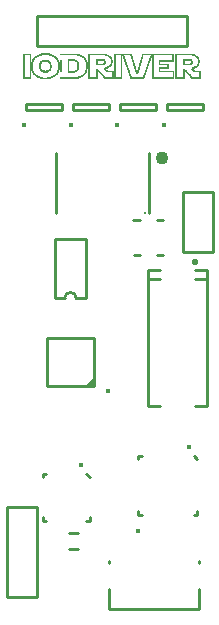
<source format=gto>
G04 DipTrace 2.4.0.2*
%INIoDriver15.gto*%
%MOIN*%
%ADD10C,0.0098*%
%ADD12C,0.003*%
%ADD16C,0.0118*%
%ADD17C,0.0157*%
%ADD23O,0.0431X0.0437*%
%ADD28C,0.0154*%
%ADD39O,0.0154X0.0162*%
%ADD44O,0.0221X0.0242*%
%FSLAX44Y44*%
G04*
G70*
G90*
G75*
G01*
%LNTopSilk*%
%LPD*%
X5585Y16738D2*
D10*
Y18738D1*
D23*
X9097Y18582D3*
X8664Y16738D2*
D10*
Y18738D1*
X9937Y22312D2*
X4937D1*
Y23312D1*
X9937D1*
Y22312D1*
X9812Y15437D2*
X10812D1*
Y17437D1*
X9812D1*
Y15437D1*
X3937Y3937D2*
X4937D1*
Y6937D1*
X3937D1*
Y3937D1*
X6317Y6088D2*
X6002D1*
X6317Y5537D2*
X6002D1*
D28*
X7629Y19665D3*
X7721Y20166D2*
D10*
X8902D1*
Y20363D1*
X7721D1*
Y20166D1*
D28*
X6066Y19665D3*
X6158Y20166D2*
D10*
X7339D1*
Y20363D1*
X6158D1*
Y20166D1*
D28*
X4504Y19665D3*
X4596Y20166D2*
D10*
X5777D1*
Y20363D1*
X4596D1*
Y20166D1*
D28*
X9191Y19665D3*
X9283Y20166D2*
D10*
X10464D1*
Y20363D1*
X9283D1*
Y20166D1*
X6839Y10983D2*
X5265D1*
Y12558D1*
X6839D1*
Y10983D1*
G36*
D2*
Y11259D1*
X6564Y10983D1*
X6839D1*
G37*
D28*
X7319Y10810D3*
D17*
X10000Y8939D3*
X10295Y6794D2*
D10*
Y6676D1*
X10177D1*
X8326Y6794D2*
Y6676D1*
X8444D2*
X8326D1*
Y8643D2*
Y8526D1*
X8444Y8643D2*
X8326D1*
X10295Y8526D2*
X10177Y8643D1*
X6573Y13890D2*
Y15859D1*
X5550Y13890D2*
Y15859D1*
X6573D2*
X5550D1*
X6258Y13890D2*
X6573D1*
X5865D2*
X5550D1*
X6258D2*
G03X5865Y13890I-197J0D01*
G01*
X8955Y16509D2*
X9152D1*
X8955Y15328D2*
X9152D1*
X8167D2*
X8364D1*
X8148Y16489D2*
X8364Y16509D1*
D16*
X8561Y16745D3*
X6595Y8049D2*
D10*
X6714Y7931D1*
X5139Y8049D2*
Y7931D1*
Y8049D2*
X5257D1*
X5139Y6474D2*
X5257D1*
X5139D2*
Y6592D1*
X6714Y6474D2*
X6595D1*
X6714D2*
Y6592D1*
D39*
X6416Y8323D3*
D17*
X8328Y6149D3*
X7343Y5153D2*
D10*
Y5058D1*
Y4200D2*
Y3551D1*
X10336D1*
Y4200D1*
Y5153D2*
Y5058D1*
X10609Y14838D2*
Y10314D1*
X10215D2*
X10609D1*
X8640Y14838D2*
Y10314D1*
X10215Y14838D2*
X10609D1*
X8640D2*
X9034D1*
X8640Y10314D2*
X9034D1*
X10215Y14547D2*
X10609D1*
X8640D2*
X9034D1*
D44*
X10207Y15099D3*
X5110Y22059D2*
D12*
X5320D1*
X4467Y22044D2*
X4721D1*
X5054D2*
X5374D1*
X5724D2*
X6292D1*
X6651D2*
X7220D1*
X7504D2*
X8072D1*
X8461D2*
X9464D1*
X9554D2*
X10122D1*
X4467Y22029D2*
X4721D1*
X5007D2*
X5099D1*
X5313D2*
X5420D1*
X5724D2*
X6341D1*
X6651D2*
X7261D1*
X7504D2*
X7758D1*
X7789D2*
X8079D1*
X8454D2*
X9464D1*
X9554D2*
X10163D1*
X4467Y22014D2*
X4497D1*
X4706D2*
X4721D1*
X4969D2*
X5048D1*
X5373D2*
X5458D1*
X6301D2*
X6383D1*
X6651D2*
X6666D1*
X7232D2*
X7295D1*
X7504D2*
X7534D1*
X7743D2*
X7758D1*
X7791D2*
X7820D1*
X8055D2*
X8084D1*
X8448D2*
X8461D1*
X8748D2*
X8806D1*
X9449D2*
X9464D1*
X9554D2*
X9569D1*
X10134D2*
X10198D1*
X4467Y21999D2*
X4497D1*
X4706D2*
X4721D1*
X4937D2*
X5004D1*
X5421D2*
X5489D1*
X6349D2*
X6418D1*
X6651D2*
X6666D1*
X7270D2*
X7323D1*
X7504D2*
X7534D1*
X7743D2*
X7758D1*
X7795D2*
X7824D1*
X8064D2*
X8088D1*
X8442D2*
X8461D1*
X8737D2*
X8746D1*
X8776D2*
X8806D1*
X9449D2*
X9464D1*
X9554D2*
X9569D1*
X10172D2*
X10226D1*
X4467Y21984D2*
X4497D1*
X4706D2*
X4721D1*
X4911D2*
X4967D1*
X5459D2*
X5515D1*
X6388D2*
X6445D1*
X6651D2*
X6666D1*
X7302D2*
X7346D1*
X7504D2*
X7534D1*
X7743D2*
X7758D1*
X7801D2*
X7829D1*
X8071D2*
X8093D1*
X8437D2*
X8459D1*
X8729D2*
X8743D1*
X8776D2*
X8806D1*
X9449D2*
X9464D1*
X9554D2*
X9569D1*
X10205D2*
X10249D1*
X4467Y21969D2*
X4497D1*
X4706D2*
X4721D1*
X4890D2*
X4936D1*
X5487D2*
X5537D1*
X6420D2*
X6467D1*
X6651D2*
X6666D1*
X7328D2*
X7366D1*
X7504D2*
X7534D1*
X7743D2*
X7758D1*
X7807D2*
X7833D1*
X8077D2*
X8098D1*
X8434D2*
X8455D1*
X8722D2*
X8740D1*
X8776D2*
X8806D1*
X9449D2*
X9464D1*
X9554D2*
X9569D1*
X10231D2*
X10268D1*
X4467Y21954D2*
X4497D1*
X4706D2*
X4721D1*
X4873D2*
X4911D1*
X5511D2*
X5556D1*
X6446D2*
X6485D1*
X6651D2*
X6666D1*
X7349D2*
X7382D1*
X7504D2*
X7534D1*
X7743D2*
X7758D1*
X7813D2*
X7838D1*
X8082D2*
X8102D1*
X8430D2*
X8451D1*
X8716D2*
X8735D1*
X8776D2*
X8806D1*
X9449D2*
X9464D1*
X9554D2*
X9569D1*
X10252D2*
X10285D1*
X4467Y21939D2*
X4497D1*
X4706D2*
X4721D1*
X4857D2*
X4890D1*
X5531D2*
X5572D1*
X6467D2*
X6501D1*
X6651D2*
X6666D1*
X7367D2*
X7396D1*
X7504D2*
X7534D1*
X7743D2*
X7758D1*
X7818D2*
X7843D1*
X8085D2*
X8107D1*
X8426D2*
X8446D1*
X8711D2*
X8731D1*
X8776D2*
X8806D1*
X9449D2*
X9464D1*
X9554D2*
X9569D1*
X10269D2*
X10298D1*
X4467Y21924D2*
X4497D1*
X4706D2*
X4721D1*
X4841D2*
X4873D1*
X5547D2*
X5586D1*
X6485D2*
X6516D1*
X6651D2*
X6666D1*
X7380D2*
X7405D1*
X7504D2*
X7534D1*
X7743D2*
X7758D1*
X7823D2*
X7848D1*
X8089D2*
X8112D1*
X8421D2*
X8441D1*
X8706D2*
X8726D1*
X8776D2*
X8806D1*
X9449D2*
X9464D1*
X9554D2*
X9569D1*
X10283D2*
X10308D1*
X4467Y21909D2*
X4497D1*
X4706D2*
X4721D1*
X4827D2*
X4857D1*
X5561D2*
X5598D1*
X6500D2*
X6529D1*
X6651D2*
X6666D1*
X7390D2*
X7412D1*
X7504D2*
X7534D1*
X7743D2*
X7758D1*
X7828D2*
X7853D1*
X8093D2*
X8117D1*
X8417D2*
X8436D1*
X8701D2*
X8721D1*
X8776D2*
X8806D1*
X9449D2*
X9464D1*
X9554D2*
X9569D1*
X10293D2*
X10315D1*
X4467Y21894D2*
X4497D1*
X4706D2*
X4721D1*
X4814D2*
X4844D1*
X5575D2*
X5608D1*
X6514D2*
X6540D1*
X6651D2*
X6666D1*
X7397D2*
X7419D1*
X7504D2*
X7534D1*
X7743D2*
X7758D1*
X7833D2*
X7858D1*
X8098D2*
X8122D1*
X8411D2*
X8432D1*
X8696D2*
X8716D1*
X8776D2*
X8806D1*
X9449D2*
X9464D1*
X9554D2*
X9569D1*
X10300D2*
X10321D1*
X4467Y21879D2*
X4497D1*
X4706D2*
X4721D1*
X4803D2*
X4833D1*
X5587D2*
X5619D1*
X6525D2*
X6549D1*
X6651D2*
X6666D1*
X7404D2*
X7423D1*
X7504D2*
X7534D1*
X7743D2*
X7758D1*
X7838D2*
X7863D1*
X8102D2*
X8127D1*
X8406D2*
X8427D1*
X8691D2*
X8711D1*
X8776D2*
X8806D1*
X9449D2*
X9464D1*
X9554D2*
X9569D1*
X10306D2*
X10326D1*
X4467Y21864D2*
X4497D1*
X4706D2*
X4721D1*
X4794D2*
X4824D1*
X5598D2*
X5628D1*
X5978D2*
X6187D1*
X6534D2*
X6557D1*
X6651D2*
X6666D1*
X6920D2*
X7175D1*
X7408D2*
X7427D1*
X7504D2*
X7534D1*
X7743D2*
X7758D1*
X7843D2*
X7868D1*
X8107D2*
X8130D1*
X8402D2*
X8422D1*
X8686D2*
X8706D1*
X8776D2*
X8806D1*
X9449D2*
X9464D1*
X9554D2*
X9569D1*
X9823D2*
X10077D1*
X10311D2*
X10329D1*
X4467Y21849D2*
X4497D1*
X4706D2*
X4721D1*
X4787D2*
X4815D1*
X5140D2*
X5275D1*
X5607D2*
X5636D1*
X5978D2*
X6216D1*
X6542D2*
X6565D1*
X6651D2*
X6666D1*
X6920D2*
X7184D1*
X7411D2*
X7430D1*
X7504D2*
X7534D1*
X7743D2*
X7758D1*
X7848D2*
X7873D1*
X8112D2*
X8134D1*
X8397D2*
X8419D1*
X8681D2*
X8701D1*
X8776D2*
X8806D1*
X9449D2*
X9464D1*
X9554D2*
X9569D1*
X9823D2*
X10086D1*
X10314D2*
X10333D1*
X4467Y21834D2*
X4497D1*
X4706D2*
X4721D1*
X4782D2*
X4808D1*
X5113D2*
X5304D1*
X5615D2*
X5643D1*
X5724D2*
X5739D1*
X5978D2*
X5993D1*
X6199D2*
X6240D1*
X6550D2*
X6573D1*
X6651D2*
X6666D1*
X6920D2*
X6950D1*
X7159D2*
X7192D1*
X7413D2*
X7435D1*
X7504D2*
X7534D1*
X7743D2*
X7758D1*
X7853D2*
X7878D1*
X8117D2*
X8138D1*
X8392D2*
X8415D1*
X8676D2*
X8695D1*
X8776D2*
X8806D1*
X9015D2*
X9464D1*
X9554D2*
X9569D1*
X9823D2*
X9853D1*
X10062D2*
X10094D1*
X10315D2*
X10337D1*
X4467Y21819D2*
X4497D1*
X4706D2*
X4721D1*
X4776D2*
X4802D1*
X5090D2*
X5327D1*
X5622D2*
X5648D1*
X5724D2*
X5739D1*
X5978D2*
X5993D1*
X6223D2*
X6258D1*
X6558D2*
X6580D1*
X6651D2*
X6666D1*
X6920D2*
X6950D1*
X7172D2*
X7198D1*
X7414D2*
X7438D1*
X7504D2*
X7534D1*
X7743D2*
X7758D1*
X7858D2*
X7883D1*
X8122D2*
X8143D1*
X8389D2*
X8411D1*
X8671D2*
X8689D1*
X8776D2*
X8806D1*
X9015D2*
X9464D1*
X9554D2*
X9569D1*
X9823D2*
X9853D1*
X10074D2*
X10100D1*
X10316D2*
X10341D1*
X4467Y21804D2*
X4497D1*
X4706D2*
X4721D1*
X4771D2*
X4797D1*
X5072D2*
X5141D1*
X5269D2*
X5344D1*
X5628D2*
X5654D1*
X5724D2*
X5739D1*
X5978D2*
X5993D1*
X6241D2*
X6273D1*
X6565D2*
X6585D1*
X6651D2*
X6666D1*
X6920D2*
X6950D1*
X7180D2*
X7202D1*
X7414D2*
X7439D1*
X7504D2*
X7534D1*
X7743D2*
X7758D1*
X7863D2*
X7888D1*
X8127D2*
X8147D1*
X8385D2*
X8406D1*
X8665D2*
X8682D1*
X8776D2*
X8806D1*
X9015D2*
X9030D1*
X9554D2*
X9569D1*
X9823D2*
X9853D1*
X10083D2*
X10104D1*
X10316D2*
X10341D1*
X4467Y21789D2*
X4497D1*
X4706D2*
X4721D1*
X4766D2*
X4791D1*
X5059D2*
X5116D1*
X5301D2*
X5357D1*
X5633D2*
X5658D1*
X5724D2*
X5739D1*
X5978D2*
X5993D1*
X6254D2*
X6285D1*
X6570D2*
X6589D1*
X6651D2*
X6666D1*
X6920D2*
X6950D1*
X7186D2*
X7203D1*
X7414D2*
X7437D1*
X7504D2*
X7534D1*
X7743D2*
X7758D1*
X7868D2*
X7893D1*
X8130D2*
X8152D1*
X8381D2*
X8402D1*
X8659D2*
X8676D1*
X8776D2*
X8806D1*
X9015D2*
X9030D1*
X9554D2*
X9569D1*
X9823D2*
X9853D1*
X10089D2*
X10106D1*
X10316D2*
X10339D1*
X4467Y21774D2*
X4497D1*
X4706D2*
X4721D1*
X4761D2*
X4787D1*
X5049D2*
X5096D1*
X5324D2*
X5367D1*
X5639D2*
X5662D1*
X5724D2*
X5739D1*
X5978D2*
X5993D1*
X6264D2*
X6294D1*
X6573D2*
X6593D1*
X6651D2*
X6666D1*
X6920D2*
X6950D1*
X7187D2*
X7204D1*
X7414D2*
X7434D1*
X7504D2*
X7534D1*
X7743D2*
X7758D1*
X7873D2*
X7898D1*
X8134D2*
X8157D1*
X8376D2*
X8397D1*
X8652D2*
X8671D1*
X8776D2*
X8806D1*
X9015D2*
X9030D1*
X9554D2*
X9569D1*
X9823D2*
X9853D1*
X10089D2*
X10107D1*
X10316D2*
X10336D1*
X4467Y21759D2*
X4497D1*
X4706D2*
X4721D1*
X4757D2*
X4783D1*
X5040D2*
X5080D1*
X5340D2*
X5375D1*
X5643D2*
X5665D1*
X5724D2*
X5739D1*
X5978D2*
X5993D1*
X6273D2*
X6300D1*
X6575D2*
X6597D1*
X6651D2*
X6666D1*
X6920D2*
X6950D1*
X7180D2*
X7204D1*
X7412D2*
X7431D1*
X7504D2*
X7534D1*
X7743D2*
X7758D1*
X7878D2*
X7903D1*
X8138D2*
X8160D1*
X8372D2*
X8392D1*
X8647D2*
X8666D1*
X8776D2*
X8806D1*
X9015D2*
X9030D1*
X9554D2*
X9569D1*
X9823D2*
X9853D1*
X10083D2*
X10106D1*
X10314D2*
X10333D1*
X4467Y21745D2*
X4497D1*
X4706D2*
X4721D1*
X4754D2*
X4780D1*
X5033D2*
X5068D1*
X5351D2*
X5382D1*
X5646D2*
X5669D1*
X5724D2*
X5739D1*
X5978D2*
X5993D1*
X6280D2*
X6304D1*
X6576D2*
X6601D1*
X6651D2*
X6666D1*
X6920D2*
X6950D1*
X7171D2*
X7202D1*
X7408D2*
X7428D1*
X7504D2*
X7534D1*
X7743D2*
X7758D1*
X7883D2*
X7908D1*
X8143D2*
X8164D1*
X8367D2*
X8387D1*
X8641D2*
X8661D1*
X8776D2*
X8806D1*
X9015D2*
X9030D1*
X9554D2*
X9569D1*
X9823D2*
X9853D1*
X10073D2*
X10104D1*
X10310D2*
X10330D1*
X4467Y21730D2*
X4497D1*
X4706D2*
X4721D1*
X4752D2*
X4775D1*
X5027D2*
X5059D1*
X5360D2*
X5388D1*
X5648D2*
X5674D1*
X5724D2*
X5739D1*
X5978D2*
X5993D1*
X6286D2*
X6306D1*
X6577D2*
X6604D1*
X6651D2*
X6666D1*
X6920D2*
X6950D1*
X7158D2*
X7196D1*
X7402D2*
X7423D1*
X7504D2*
X7534D1*
X7743D2*
X7758D1*
X7890D2*
X7913D1*
X8147D2*
X8168D1*
X8362D2*
X8382D1*
X8636D2*
X8656D1*
X8776D2*
X8806D1*
X9015D2*
X9030D1*
X9554D2*
X9569D1*
X9823D2*
X9853D1*
X10061D2*
X10098D1*
X10304D2*
X10325D1*
X4467Y21715D2*
X4497D1*
X4706D2*
X4721D1*
X4752D2*
X4771D1*
X5023D2*
X5054D1*
X5367D2*
X5392D1*
X5649D2*
X5676D1*
X5724D2*
X5739D1*
X5978D2*
X5993D1*
X6289D2*
X6307D1*
X6579D2*
X6605D1*
X6651D2*
X6666D1*
X6920D2*
X7186D1*
X7395D2*
X7417D1*
X7504D2*
X7534D1*
X7743D2*
X7758D1*
X7896D2*
X7918D1*
X8152D2*
X8173D1*
X8357D2*
X8377D1*
X8631D2*
X8651D1*
X8776D2*
X8806D1*
X9015D2*
X9314D1*
X9554D2*
X9569D1*
X9823D2*
X10088D1*
X10297D2*
X10319D1*
X4467Y21700D2*
X4497D1*
X4706D2*
X4722D1*
X4751D2*
X4769D1*
X5022D2*
X5050D1*
X5373D2*
X5394D1*
X5651D2*
X5678D1*
X5724D2*
X5739D1*
X5978D2*
X5993D1*
X6291D2*
X6309D1*
X6582D2*
X6606D1*
X6651D2*
X6666D1*
X6920D2*
X7175D1*
X7387D2*
X7410D1*
X7504D2*
X7534D1*
X7743D2*
X7758D1*
X7902D2*
X7923D1*
X8157D2*
X8177D1*
X8352D2*
X8374D1*
X8626D2*
X8646D1*
X8776D2*
X8806D1*
X9015D2*
X9314D1*
X9554D2*
X9569D1*
X9823D2*
X10077D1*
X10290D2*
X10312D1*
X4467Y21685D2*
X4497D1*
X4706D2*
X4724D1*
X4748D2*
X4767D1*
X5021D2*
X5045D1*
X5377D2*
X5396D1*
X5655D2*
X5678D1*
X5724D2*
X5739D1*
X5978D2*
X5993D1*
X6292D2*
X6313D1*
X6586D2*
X6606D1*
X6651D2*
X6666D1*
X7377D2*
X7402D1*
X7504D2*
X7534D1*
X7743D2*
X7758D1*
X7907D2*
X7928D1*
X8162D2*
X8182D1*
X8347D2*
X8370D1*
X8621D2*
X8641D1*
X8776D2*
X8806D1*
X9284D2*
X9314D1*
X9554D2*
X9569D1*
X10280D2*
X10305D1*
X4467Y21670D2*
X4497D1*
X4706D2*
X4729D1*
X4743D2*
X4767D1*
X5021D2*
X5041D1*
X5378D2*
X5400D1*
X5659D2*
X5679D1*
X5724D2*
X5739D1*
X5978D2*
X5993D1*
X6292D2*
X6314D1*
X6589D2*
X6606D1*
X6651D2*
X6666D1*
X7363D2*
X7393D1*
X7504D2*
X7534D1*
X7743D2*
X7758D1*
X7913D2*
X7933D1*
X8167D2*
X8187D1*
X8344D2*
X8366D1*
X8616D2*
X8635D1*
X8776D2*
X8806D1*
X9284D2*
X9314D1*
X9554D2*
X9569D1*
X10266D2*
X10295D1*
X4467Y21655D2*
X4497D1*
X4706D2*
X4766D1*
X5021D2*
X5039D1*
X5379D2*
X5402D1*
X5661D2*
X5679D1*
X5724D2*
X5739D1*
X5978D2*
X5993D1*
X6292D2*
X6314D1*
X6590D2*
X6606D1*
X6651D2*
X6666D1*
X7344D2*
X7381D1*
X7504D2*
X7534D1*
X7743D2*
X7758D1*
X7918D2*
X7938D1*
X8172D2*
X8192D1*
X8340D2*
X8361D1*
X8611D2*
X8629D1*
X8776D2*
X8806D1*
X9284D2*
X9314D1*
X9554D2*
X9569D1*
X10246D2*
X10284D1*
X4467Y21640D2*
X4497D1*
X4706D2*
X4766D1*
X5020D2*
X5039D1*
X5379D2*
X5401D1*
X5662D2*
X5679D1*
X5724D2*
X5739D1*
X5978D2*
X5993D1*
X6292D2*
X6311D1*
X6588D2*
X6606D1*
X6651D2*
X6666D1*
X7319D2*
X7367D1*
X7504D2*
X7534D1*
X7743D2*
X7758D1*
X7923D2*
X7943D1*
X8175D2*
X8197D1*
X8336D2*
X8357D1*
X8606D2*
X8622D1*
X8776D2*
X8806D1*
X9284D2*
X9314D1*
X9554D2*
X9569D1*
X10221D2*
X10270D1*
X4467Y21625D2*
X4497D1*
X4706D2*
X4766D1*
X5021D2*
X5042D1*
X5379D2*
X5398D1*
X5661D2*
X5679D1*
X5724D2*
X5739D1*
X5978D2*
X5993D1*
X6292D2*
X6309D1*
X6585D2*
X6606D1*
X6651D2*
X6666D1*
X7288D2*
X7351D1*
X7504D2*
X7534D1*
X7743D2*
X7758D1*
X7928D2*
X7950D1*
X8179D2*
X8202D1*
X8331D2*
X8352D1*
X8601D2*
X8617D1*
X8776D2*
X8806D1*
X9284D2*
X9314D1*
X9554D2*
X9569D1*
X10191D2*
X10253D1*
X4467Y21610D2*
X4497D1*
X4706D2*
X4721D1*
X4751D2*
X4767D1*
X5021D2*
X5046D1*
X5379D2*
X5397D1*
X5658D2*
X5679D1*
X5724D2*
X5739D1*
X5978D2*
X5993D1*
X6292D2*
X6308D1*
X6581D2*
X6606D1*
X6651D2*
X6666D1*
X7255D2*
X7329D1*
X7504D2*
X7534D1*
X7743D2*
X7758D1*
X7933D2*
X7956D1*
X8183D2*
X8205D1*
X8327D2*
X8347D1*
X8596D2*
X8611D1*
X8776D2*
X8806D1*
X9284D2*
X9314D1*
X9554D2*
X9569D1*
X10158D2*
X10231D1*
X4467Y21595D2*
X4497D1*
X4706D2*
X4721D1*
X4751D2*
X4769D1*
X5023D2*
X5048D1*
X5377D2*
X5395D1*
X5654D2*
X5678D1*
X5724D2*
X5739D1*
X5978D2*
X5993D1*
X6290D2*
X6307D1*
X6579D2*
X6604D1*
X6651D2*
X6666D1*
X7227D2*
X7302D1*
X7504D2*
X7534D1*
X7743D2*
X7758D1*
X7938D2*
X7962D1*
X8187D2*
X8208D1*
X8322D2*
X8344D1*
X8591D2*
X8606D1*
X8776D2*
X8806D1*
X9015D2*
X9314D1*
X9554D2*
X9569D1*
X10129D2*
X10204D1*
X4467Y21580D2*
X4497D1*
X4706D2*
X4721D1*
X4751D2*
X4772D1*
X5027D2*
X5050D1*
X5373D2*
X5394D1*
X5651D2*
X5676D1*
X5724D2*
X5739D1*
X5978D2*
X5993D1*
X6286D2*
X6305D1*
X6577D2*
X6600D1*
X6651D2*
X6666D1*
X7205D2*
X7272D1*
X7504D2*
X7534D1*
X7743D2*
X7758D1*
X7943D2*
X7967D1*
X8192D2*
X8213D1*
X8317D2*
X8340D1*
X8584D2*
X8601D1*
X8776D2*
X8806D1*
X9015D2*
X9314D1*
X9554D2*
X9569D1*
X10107D2*
X10174D1*
X4467Y21565D2*
X4497D1*
X4706D2*
X4721D1*
X4752D2*
X4776D1*
X5031D2*
X5053D1*
X5369D2*
X5392D1*
X5649D2*
X5673D1*
X5724D2*
X5739D1*
X5978D2*
X5993D1*
X6282D2*
X6301D1*
X6577D2*
X6596D1*
X6651D2*
X6666D1*
X7196D2*
X7247D1*
X7504D2*
X7534D1*
X7743D2*
X7758D1*
X7948D2*
X7973D1*
X8197D2*
X8217D1*
X8312D2*
X8336D1*
X8578D2*
X8596D1*
X8776D2*
X8806D1*
X9015D2*
X9030D1*
X9554D2*
X9569D1*
X10098D2*
X10149D1*
X4467Y21550D2*
X4497D1*
X4706D2*
X4721D1*
X4754D2*
X4779D1*
X5036D2*
X5059D1*
X5364D2*
X5388D1*
X5647D2*
X5669D1*
X5724D2*
X5739D1*
X5978D2*
X5993D1*
X6276D2*
X6297D1*
X6576D2*
X6594D1*
X6651D2*
X6666D1*
X7194D2*
X7227D1*
X7504D2*
X7534D1*
X7743D2*
X7758D1*
X7953D2*
X7978D1*
X8202D2*
X8222D1*
X8307D2*
X8331D1*
X8572D2*
X8591D1*
X8776D2*
X8806D1*
X9015D2*
X9030D1*
X9554D2*
X9569D1*
X10096D2*
X10130D1*
X4467Y21535D2*
X4497D1*
X4706D2*
X4721D1*
X4757D2*
X4783D1*
X5041D2*
X5067D1*
X5356D2*
X5381D1*
X5643D2*
X5666D1*
X5724D2*
X5739D1*
X5978D2*
X5993D1*
X6269D2*
X6291D1*
X6574D2*
X6592D1*
X6651D2*
X6666D1*
X6906D2*
X6950D1*
X7200D2*
X7230D1*
X7504D2*
X7534D1*
X7743D2*
X7758D1*
X7958D2*
X7983D1*
X8207D2*
X8227D1*
X8302D2*
X8327D1*
X8567D2*
X8586D1*
X8776D2*
X8806D1*
X9015D2*
X9030D1*
X9554D2*
X9569D1*
X9808D2*
X9853D1*
X10102D2*
X10133D1*
X4467Y21520D2*
X4497D1*
X4706D2*
X4721D1*
X4762D2*
X4787D1*
X5048D2*
X5078D1*
X5344D2*
X5373D1*
X5638D2*
X5662D1*
X5724D2*
X5739D1*
X5978D2*
X5993D1*
X6258D2*
X6284D1*
X6570D2*
X6589D1*
X6651D2*
X6666D1*
X6906D2*
X6965D1*
X7209D2*
X7240D1*
X7504D2*
X7534D1*
X7743D2*
X7758D1*
X7965D2*
X7988D1*
X8212D2*
X8232D1*
X8299D2*
X8322D1*
X8561D2*
X8581D1*
X8776D2*
X8806D1*
X9015D2*
X9030D1*
X9554D2*
X9569D1*
X9808D2*
X9868D1*
X10111D2*
X10142D1*
X4467Y21505D2*
X4497D1*
X4706D2*
X4721D1*
X4766D2*
X4791D1*
X5057D2*
X5091D1*
X5328D2*
X5361D1*
X5634D2*
X5658D1*
X5724D2*
X5739D1*
X5978D2*
X5993D1*
X6243D2*
X6273D1*
X6566D2*
X6585D1*
X6651D2*
X6666D1*
X6906D2*
X6980D1*
X7221D2*
X7252D1*
X7504D2*
X7534D1*
X7743D2*
X7758D1*
X7971D2*
X7993D1*
X8217D2*
X8237D1*
X8295D2*
X8317D1*
X8556D2*
X8576D1*
X8776D2*
X8806D1*
X9015D2*
X9030D1*
X9554D2*
X9569D1*
X9808D2*
X9883D1*
X10123D2*
X10154D1*
X4467Y21490D2*
X4497D1*
X4706D2*
X4721D1*
X4771D2*
X4796D1*
X5070D2*
X5133D1*
X5284D2*
X5347D1*
X5628D2*
X5653D1*
X5724D2*
X5739D1*
X5978D2*
X5993D1*
X6223D2*
X6259D1*
X6561D2*
X6581D1*
X6651D2*
X6666D1*
X6906D2*
X6935D1*
X6965D2*
X6995D1*
X7232D2*
X7265D1*
X7504D2*
X7534D1*
X7743D2*
X7758D1*
X7977D2*
X7998D1*
X8220D2*
X8242D1*
X8291D2*
X8312D1*
X8551D2*
X8571D1*
X8776D2*
X8806D1*
X9015D2*
X9030D1*
X9554D2*
X9569D1*
X9808D2*
X9838D1*
X9868D2*
X9898D1*
X10135D2*
X10168D1*
X4467Y21475D2*
X4497D1*
X4706D2*
X4721D1*
X4776D2*
X4802D1*
X5087D2*
X5197D1*
X5219D2*
X5328D1*
X5622D2*
X5649D1*
X5724D2*
X5739D1*
X5978D2*
X5993D1*
X6198D2*
X6241D1*
X6556D2*
X6576D1*
X6651D2*
X6666D1*
X6906D2*
X6935D1*
X6980D2*
X7010D1*
X7242D2*
X7474D1*
X7504D2*
X7534D1*
X7743D2*
X7758D1*
X7982D2*
X8003D1*
X8223D2*
X8247D1*
X8286D2*
X8307D1*
X8546D2*
X8566D1*
X8776D2*
X8806D1*
X9015D2*
X9494D1*
X9554D2*
X9569D1*
X9808D2*
X9838D1*
X9883D2*
X9913D1*
X10144D2*
X10376D1*
X4467Y21460D2*
X4497D1*
X4706D2*
X4721D1*
X4781D2*
X4808D1*
X5112D2*
X5303D1*
X5615D2*
X5643D1*
X5724D2*
X5739D1*
X5978D2*
X6216D1*
X6549D2*
X6571D1*
X6651D2*
X6666D1*
X6906D2*
X6935D1*
X6995D2*
X7025D1*
X7250D2*
X7474D1*
X7504D2*
X7534D1*
X7743D2*
X7758D1*
X7988D2*
X8008D1*
X8228D2*
X8252D1*
X8281D2*
X8302D1*
X8541D2*
X8561D1*
X8776D2*
X8806D1*
X9015D2*
X9494D1*
X9554D2*
X9569D1*
X9808D2*
X9838D1*
X9898D2*
X9928D1*
X10152D2*
X10376D1*
X4467Y21445D2*
X4497D1*
X4706D2*
X4721D1*
X4787D2*
X4815D1*
X5140D2*
X5275D1*
X5607D2*
X5637D1*
X5978D2*
X6187D1*
X6540D2*
X6564D1*
X6651D2*
X6666D1*
X6906D2*
X6935D1*
X7010D2*
X7040D1*
X7459D2*
X7474D1*
X7504D2*
X7534D1*
X7743D2*
X7758D1*
X7993D2*
X8012D1*
X8232D2*
X8259D1*
X8275D2*
X8299D1*
X8536D2*
X8554D1*
X8776D2*
X8806D1*
X9479D2*
X9494D1*
X9554D2*
X9569D1*
X9808D2*
X9838D1*
X9913D2*
X9943D1*
X10361D2*
X10376D1*
X4467Y21430D2*
X4497D1*
X4706D2*
X4721D1*
X4794D2*
X4823D1*
X5598D2*
X5630D1*
X6531D2*
X6557D1*
X6651D2*
X6666D1*
X6906D2*
X6935D1*
X7025D2*
X7055D1*
X7459D2*
X7474D1*
X7504D2*
X7534D1*
X7743D2*
X7758D1*
X7998D2*
X8018D1*
X8237D2*
X8295D1*
X8531D2*
X8548D1*
X8776D2*
X8806D1*
X9479D2*
X9494D1*
X9554D2*
X9569D1*
X9808D2*
X9838D1*
X9928D2*
X9957D1*
X10361D2*
X10376D1*
X4467Y21415D2*
X4497D1*
X4706D2*
X4721D1*
X4803D2*
X4832D1*
X5589D2*
X5622D1*
X6521D2*
X6549D1*
X6651D2*
X6666D1*
X6906D2*
X6935D1*
X7040D2*
X7070D1*
X7459D2*
X7474D1*
X7504D2*
X7534D1*
X7743D2*
X7758D1*
X8003D2*
X8023D1*
X8244D2*
X8289D1*
X8526D2*
X8542D1*
X8776D2*
X8806D1*
X9479D2*
X9494D1*
X9554D2*
X9569D1*
X9808D2*
X9838D1*
X9943D2*
X9972D1*
X10361D2*
X10376D1*
X4467Y21400D2*
X4497D1*
X4706D2*
X4721D1*
X4813D2*
X4844D1*
X5579D2*
X5613D1*
X6511D2*
X6540D1*
X6651D2*
X6666D1*
X6906D2*
X6935D1*
X7055D2*
X7085D1*
X7459D2*
X7474D1*
X7504D2*
X7534D1*
X7743D2*
X7758D1*
X8008D2*
X8027D1*
X8252D2*
X8282D1*
X8521D2*
X8537D1*
X8776D2*
X8806D1*
X9479D2*
X9494D1*
X9554D2*
X9569D1*
X9808D2*
X9838D1*
X9957D2*
X9987D1*
X10361D2*
X10376D1*
X4467Y21385D2*
X4497D1*
X4706D2*
X4721D1*
X4825D2*
X4857D1*
X5568D2*
X5601D1*
X6499D2*
X6529D1*
X6651D2*
X6666D1*
X6906D2*
X6935D1*
X7069D2*
X7100D1*
X7459D2*
X7474D1*
X7504D2*
X7534D1*
X7743D2*
X7758D1*
X8012D2*
X8033D1*
X8516D2*
X8531D1*
X8776D2*
X8806D1*
X9479D2*
X9494D1*
X9554D2*
X9569D1*
X9808D2*
X9838D1*
X9972D2*
X10002D1*
X10361D2*
X10376D1*
X4467Y21370D2*
X4497D1*
X4706D2*
X4721D1*
X4836D2*
X4872D1*
X5554D2*
X5588D1*
X6485D2*
X6515D1*
X6651D2*
X6666D1*
X6906D2*
X6935D1*
X7083D2*
X7115D1*
X7459D2*
X7474D1*
X7504D2*
X7534D1*
X7743D2*
X7758D1*
X8018D2*
X8038D1*
X8509D2*
X8526D1*
X8776D2*
X8806D1*
X9479D2*
X9494D1*
X9554D2*
X9569D1*
X9808D2*
X9838D1*
X9985D2*
X10017D1*
X10361D2*
X10376D1*
X4467Y21356D2*
X4497D1*
X4706D2*
X4721D1*
X4849D2*
X4889D1*
X5536D2*
X5573D1*
X6469D2*
X6501D1*
X6651D2*
X6666D1*
X6906D2*
X6935D1*
X7094D2*
X7130D1*
X7459D2*
X7474D1*
X7504D2*
X7534D1*
X7743D2*
X7758D1*
X8023D2*
X8042D1*
X8503D2*
X8521D1*
X8776D2*
X8806D1*
X9479D2*
X9494D1*
X9554D2*
X9569D1*
X9808D2*
X9838D1*
X9996D2*
X10032D1*
X10361D2*
X10376D1*
X4467Y21341D2*
X4497D1*
X4706D2*
X4721D1*
X4865D2*
X4908D1*
X5516D2*
X5558D1*
X6449D2*
X6486D1*
X6651D2*
X6666D1*
X6906D2*
X6935D1*
X7105D2*
X7145D1*
X7459D2*
X7474D1*
X7504D2*
X7534D1*
X7743D2*
X7758D1*
X8027D2*
X8048D1*
X8497D2*
X8516D1*
X8776D2*
X8806D1*
X9479D2*
X9494D1*
X9554D2*
X9569D1*
X9808D2*
X9838D1*
X10007D2*
X10047D1*
X10361D2*
X10376D1*
X4467Y21326D2*
X4497D1*
X4706D2*
X4721D1*
X4884D2*
X4932D1*
X5492D2*
X5541D1*
X6424D2*
X6468D1*
X6651D2*
X6666D1*
X6906D2*
X6935D1*
X7117D2*
X7160D1*
X7459D2*
X7474D1*
X7504D2*
X7534D1*
X7743D2*
X7758D1*
X8033D2*
X8053D1*
X8492D2*
X8511D1*
X8776D2*
X8806D1*
X9479D2*
X9494D1*
X9554D2*
X9569D1*
X9808D2*
X9838D1*
X10020D2*
X10062D1*
X10361D2*
X10376D1*
X4467Y21311D2*
X4497D1*
X4706D2*
X4721D1*
X4906D2*
X4962D1*
X5462D2*
X5520D1*
X6390D2*
X6447D1*
X6651D2*
X6666D1*
X6906D2*
X6935D1*
X7131D2*
X7175D1*
X7459D2*
X7474D1*
X7504D2*
X7534D1*
X7743D2*
X7758D1*
X8038D2*
X8058D1*
X8486D2*
X8506D1*
X8776D2*
X8806D1*
X9479D2*
X9494D1*
X9554D2*
X9569D1*
X9808D2*
X9838D1*
X10033D2*
X10077D1*
X10361D2*
X10376D1*
X4467Y21296D2*
X4497D1*
X4706D2*
X4721D1*
X4931D2*
X5001D1*
X5423D2*
X5494D1*
X6341D2*
X6421D1*
X6651D2*
X6666D1*
X6906D2*
X6935D1*
X7145D2*
X7190D1*
X7459D2*
X7474D1*
X7504D2*
X7534D1*
X7743D2*
X7758D1*
X8042D2*
X8066D1*
X8482D2*
X8501D1*
X8776D2*
X8806D1*
X9479D2*
X9494D1*
X9554D2*
X9569D1*
X9808D2*
X9838D1*
X10048D2*
X10092D1*
X10361D2*
X10376D1*
X4467Y21281D2*
X4497D1*
X4706D2*
X4721D1*
X4963D2*
X5048D1*
X5372D2*
X5463D1*
X6282D2*
X6386D1*
X6651D2*
X6666D1*
X6906D2*
X6935D1*
X7160D2*
X7205D1*
X7459D2*
X7474D1*
X7504D2*
X7534D1*
X7743D2*
X7758D1*
X8048D2*
X8076D1*
X8479D2*
X8497D1*
X8776D2*
X8806D1*
X9479D2*
X9494D1*
X9554D2*
X9569D1*
X9808D2*
X9838D1*
X10062D2*
X10107D1*
X10361D2*
X10376D1*
X4467Y21266D2*
X4721D1*
X5004D2*
X5100D1*
X5310D2*
X5424D1*
X5724D2*
X6342D1*
X6651D2*
X6935D1*
X7175D2*
X7474D1*
X7504D2*
X7758D1*
X8053D2*
X8494D1*
X8776D2*
X9494D1*
X9554D2*
X9838D1*
X10077D2*
X10376D1*
X4467Y21251D2*
X4721D1*
X5054D2*
X5374D1*
X5724D2*
X6292D1*
X6651D2*
X6935D1*
X7190D2*
X7474D1*
X7504D2*
X7758D1*
X8057D2*
X8491D1*
X8776D2*
X9494D1*
X9554D2*
X9838D1*
X10092D2*
X10376D1*
X5110Y21236D2*
X5320D1*
X5110Y22059D2*
X5054Y22044D1*
X5007Y22029D1*
X4969Y22014D1*
X4937Y21999D1*
X4911Y21984D1*
X4890Y21969D1*
X4873Y21954D1*
X4857Y21939D1*
X4841Y21924D1*
X4827Y21909D1*
X4814Y21894D1*
X4803Y21879D1*
X4794Y21864D1*
X4787Y21849D1*
X4782Y21834D1*
X4776Y21819D1*
X4771Y21804D1*
X4766Y21789D1*
X4761Y21774D1*
X4757Y21759D1*
X4754Y21745D1*
X4752Y21730D1*
Y21715D1*
X4751Y21700D1*
X4748Y21685D1*
X4743Y21670D1*
X4736Y21655D1*
X5320Y22059D2*
X5374Y22044D1*
X5420Y22029D1*
X5458Y22014D1*
X5489Y21999D1*
X5515Y21984D1*
X5537Y21969D1*
X5556Y21954D1*
X5572Y21939D1*
X5586Y21924D1*
X5598Y21909D1*
X5608Y21894D1*
X5619Y21879D1*
X5628Y21864D1*
X5636Y21849D1*
X5643Y21834D1*
X5648Y21819D1*
X5654Y21804D1*
X5658Y21789D1*
X5662Y21774D1*
X5665Y21759D1*
X5669Y21745D1*
X5674Y21730D1*
X5676Y21715D1*
X5678Y21700D1*
Y21685D1*
X5679Y21670D1*
Y21655D1*
Y21640D1*
Y21625D1*
Y21610D1*
X5678Y21595D1*
X5676Y21580D1*
X5673Y21565D1*
X5669Y21550D1*
X5666Y21535D1*
X5662Y21520D1*
X5658Y21505D1*
X5653Y21490D1*
X5649Y21475D1*
X5643Y21460D1*
X5637Y21445D1*
X5630Y21430D1*
X5622Y21415D1*
X5613Y21400D1*
X5601Y21385D1*
X5588Y21370D1*
X5573Y21356D1*
X5558Y21341D1*
X5541Y21326D1*
X5520Y21311D1*
X5494Y21296D1*
X5463Y21281D1*
X5424Y21266D1*
X5374Y21251D1*
X5320Y21236D1*
X4467Y22044D2*
Y22029D1*
Y22014D1*
Y21999D1*
Y21984D1*
Y21969D1*
Y21954D1*
Y21939D1*
Y21924D1*
Y21909D1*
Y21894D1*
Y21879D1*
Y21864D1*
Y21849D1*
Y21834D1*
Y21819D1*
Y21804D1*
Y21789D1*
Y21774D1*
Y21759D1*
Y21745D1*
Y21730D1*
Y21715D1*
Y21700D1*
Y21685D1*
Y21670D1*
Y21655D1*
Y21640D1*
Y21625D1*
Y21610D1*
Y21595D1*
Y21580D1*
Y21565D1*
Y21550D1*
Y21535D1*
Y21520D1*
Y21505D1*
Y21490D1*
Y21475D1*
Y21460D1*
Y21445D1*
Y21430D1*
Y21415D1*
Y21400D1*
Y21385D1*
Y21370D1*
Y21356D1*
Y21341D1*
Y21326D1*
Y21311D1*
Y21296D1*
Y21281D1*
Y21266D1*
Y21251D1*
X4721Y22044D2*
Y22029D1*
Y22014D1*
Y21999D1*
Y21984D1*
Y21969D1*
Y21954D1*
Y21939D1*
Y21924D1*
Y21909D1*
Y21894D1*
Y21879D1*
Y21864D1*
Y21849D1*
Y21834D1*
Y21819D1*
Y21804D1*
Y21789D1*
Y21774D1*
Y21759D1*
Y21745D1*
Y21730D1*
Y21715D1*
X4722Y21700D1*
X4724Y21685D1*
X4729Y21670D1*
X4736Y21655D1*
X5724Y22044D2*
Y22029D1*
X6292Y22044D2*
X6341Y22029D1*
X6383Y22014D1*
X6418Y21999D1*
X6445Y21984D1*
X6467Y21969D1*
X6485Y21954D1*
X6501Y21939D1*
X6516Y21924D1*
X6529Y21909D1*
X6540Y21894D1*
X6549Y21879D1*
X6557Y21864D1*
X6565Y21849D1*
X6573Y21834D1*
X6580Y21819D1*
X6585Y21804D1*
X6589Y21789D1*
X6593Y21774D1*
X6597Y21759D1*
X6601Y21745D1*
X6604Y21730D1*
X6605Y21715D1*
X6606Y21700D1*
Y21685D1*
Y21670D1*
Y21655D1*
Y21640D1*
Y21625D1*
Y21610D1*
X6604Y21595D1*
X6600Y21580D1*
X6596Y21565D1*
X6594Y21550D1*
X6592Y21535D1*
X6589Y21520D1*
X6585Y21505D1*
X6581Y21490D1*
X6576Y21475D1*
X6571Y21460D1*
X6564Y21445D1*
X6557Y21430D1*
X6549Y21415D1*
X6540Y21400D1*
X6529Y21385D1*
X6515Y21370D1*
X6501Y21356D1*
X6486Y21341D1*
X6468Y21326D1*
X6447Y21311D1*
X6421Y21296D1*
X6386Y21281D1*
X6342Y21266D1*
X6292Y21251D1*
X6651Y22044D2*
Y22029D1*
Y22014D1*
Y21999D1*
Y21984D1*
Y21969D1*
Y21954D1*
Y21939D1*
Y21924D1*
Y21909D1*
Y21894D1*
Y21879D1*
Y21864D1*
Y21849D1*
Y21834D1*
Y21819D1*
Y21804D1*
Y21789D1*
Y21774D1*
Y21759D1*
Y21745D1*
Y21730D1*
Y21715D1*
Y21700D1*
Y21685D1*
Y21670D1*
Y21655D1*
Y21640D1*
Y21625D1*
Y21610D1*
Y21595D1*
Y21580D1*
Y21565D1*
Y21550D1*
Y21535D1*
Y21520D1*
Y21505D1*
Y21490D1*
Y21475D1*
Y21460D1*
Y21445D1*
Y21430D1*
Y21415D1*
Y21400D1*
Y21385D1*
Y21370D1*
Y21356D1*
Y21341D1*
Y21326D1*
Y21311D1*
Y21296D1*
Y21281D1*
Y21266D1*
Y21251D1*
X7220Y22044D2*
X7261Y22029D1*
X7295Y22014D1*
X7323Y21999D1*
X7346Y21984D1*
X7366Y21969D1*
X7382Y21954D1*
X7396Y21939D1*
X7405Y21924D1*
X7412Y21909D1*
X7419Y21894D1*
X7423Y21879D1*
X7427Y21864D1*
X7430Y21849D1*
X7435Y21834D1*
X7438Y21819D1*
X7439Y21804D1*
X7437Y21789D1*
X7434Y21774D1*
X7431Y21759D1*
X7428Y21745D1*
X7423Y21730D1*
X7417Y21715D1*
X7410Y21700D1*
X7402Y21685D1*
X7393Y21670D1*
X7381Y21655D1*
X7367Y21640D1*
X7351Y21625D1*
X7329Y21610D1*
X7302Y21595D1*
X7272Y21580D1*
X7247Y21565D1*
X7227Y21550D1*
X7230Y21535D1*
X7240Y21520D1*
X7252Y21505D1*
X7265Y21490D1*
X7280Y21475D1*
X7504Y22044D2*
Y22029D1*
Y22014D1*
Y21999D1*
Y21984D1*
Y21969D1*
Y21954D1*
Y21939D1*
Y21924D1*
Y21909D1*
Y21894D1*
Y21879D1*
Y21864D1*
Y21849D1*
Y21834D1*
Y21819D1*
Y21804D1*
Y21789D1*
Y21774D1*
Y21759D1*
Y21745D1*
Y21730D1*
Y21715D1*
Y21700D1*
Y21685D1*
Y21670D1*
Y21655D1*
Y21640D1*
Y21625D1*
Y21610D1*
Y21595D1*
Y21580D1*
Y21565D1*
Y21550D1*
Y21535D1*
Y21520D1*
Y21505D1*
Y21490D1*
Y21475D1*
Y21460D1*
Y21445D1*
Y21430D1*
Y21415D1*
Y21400D1*
Y21385D1*
Y21370D1*
Y21356D1*
Y21341D1*
Y21326D1*
Y21311D1*
Y21296D1*
Y21281D1*
Y21266D1*
Y21251D1*
X8072Y22044D2*
X8079Y22029D1*
X8084Y22014D1*
X8088Y21999D1*
X8093Y21984D1*
X8098Y21969D1*
X8102Y21954D1*
X8107Y21939D1*
X8112Y21924D1*
X8117Y21909D1*
X8122Y21894D1*
X8127Y21879D1*
X8130Y21864D1*
X8134Y21849D1*
X8138Y21834D1*
X8143Y21819D1*
X8147Y21804D1*
X8152Y21789D1*
X8157Y21774D1*
X8160Y21759D1*
X8164Y21745D1*
X8168Y21730D1*
X8173Y21715D1*
X8177Y21700D1*
X8182Y21685D1*
X8187Y21670D1*
X8192Y21655D1*
X8197Y21640D1*
X8202Y21625D1*
X8205Y21610D1*
X8208Y21595D1*
X8213Y21580D1*
X8217Y21565D1*
X8222Y21550D1*
X8227Y21535D1*
X8232Y21520D1*
X8237Y21505D1*
X8242Y21490D1*
X8247Y21475D1*
X8252Y21460D1*
X8259Y21445D1*
X8267Y21430D1*
X8461Y22044D2*
X8454Y22029D1*
X8448Y22014D1*
X8442Y21999D1*
X8437Y21984D1*
X8434Y21969D1*
X8430Y21954D1*
X8426Y21939D1*
X8421Y21924D1*
X8417Y21909D1*
X8411Y21894D1*
X8406Y21879D1*
X8402Y21864D1*
X8397Y21849D1*
X8392Y21834D1*
X8389Y21819D1*
X8385Y21804D1*
X8381Y21789D1*
X8376Y21774D1*
X8372Y21759D1*
X8367Y21745D1*
X8362Y21730D1*
X8357Y21715D1*
X8352Y21700D1*
X8347Y21685D1*
X8344Y21670D1*
X8340Y21655D1*
X8336Y21640D1*
X8331Y21625D1*
X8327Y21610D1*
X8322Y21595D1*
X8317Y21580D1*
X8312Y21565D1*
X8307Y21550D1*
X8302Y21535D1*
X8299Y21520D1*
X8295Y21505D1*
X8291Y21490D1*
X8286Y21475D1*
X8281Y21460D1*
X8275Y21445D1*
X8267Y21430D1*
X9464Y22044D2*
Y22029D1*
Y22014D1*
Y21999D1*
Y21984D1*
Y21969D1*
Y21954D1*
Y21939D1*
Y21924D1*
Y21909D1*
Y21894D1*
Y21879D1*
Y21864D1*
Y21849D1*
Y21834D1*
Y21819D1*
X9554Y22044D2*
Y22029D1*
Y22014D1*
Y21999D1*
Y21984D1*
Y21969D1*
Y21954D1*
Y21939D1*
Y21924D1*
Y21909D1*
Y21894D1*
Y21879D1*
Y21864D1*
Y21849D1*
Y21834D1*
Y21819D1*
Y21804D1*
Y21789D1*
Y21774D1*
Y21759D1*
Y21745D1*
Y21730D1*
Y21715D1*
Y21700D1*
Y21685D1*
Y21670D1*
Y21655D1*
Y21640D1*
Y21625D1*
Y21610D1*
Y21595D1*
Y21580D1*
Y21565D1*
Y21550D1*
Y21535D1*
Y21520D1*
Y21505D1*
Y21490D1*
Y21475D1*
Y21460D1*
Y21445D1*
Y21430D1*
Y21415D1*
Y21400D1*
Y21385D1*
Y21370D1*
Y21356D1*
Y21341D1*
Y21326D1*
Y21311D1*
Y21296D1*
Y21281D1*
Y21266D1*
Y21251D1*
X10122Y22044D2*
X10163Y22029D1*
X10198Y22014D1*
X10226Y21999D1*
X10249Y21984D1*
X10268Y21969D1*
X10285Y21954D1*
X10298Y21939D1*
X10308Y21924D1*
X10315Y21909D1*
X10321Y21894D1*
X10326Y21879D1*
X10329Y21864D1*
X10333Y21849D1*
X10337Y21834D1*
X10341Y21819D1*
Y21804D1*
X10339Y21789D1*
X10336Y21774D1*
X10333Y21759D1*
X10330Y21745D1*
X10325Y21730D1*
X10319Y21715D1*
X10312Y21700D1*
X10305Y21685D1*
X10295Y21670D1*
X10284Y21655D1*
X10270Y21640D1*
X10253Y21625D1*
X10231Y21610D1*
X10204Y21595D1*
X10174Y21580D1*
X10149Y21565D1*
X10130Y21550D1*
X10133Y21535D1*
X10142Y21520D1*
X10154Y21505D1*
X10168Y21490D1*
X10182Y21475D1*
X5155Y22044D2*
X5099Y22029D1*
X5048Y22014D1*
X5004Y21999D1*
X4967Y21984D1*
X4936Y21969D1*
X4911Y21954D1*
X4890Y21939D1*
X4873Y21924D1*
X4857Y21909D1*
X4844Y21894D1*
X4833Y21879D1*
X4824Y21864D1*
X4815Y21849D1*
X4808Y21834D1*
X4802Y21819D1*
X4797Y21804D1*
X4791Y21789D1*
X4787Y21774D1*
X4783Y21759D1*
X4780Y21745D1*
X4775Y21730D1*
X4771Y21715D1*
X4769Y21700D1*
X4767Y21685D1*
Y21670D1*
X4766Y21655D1*
Y21640D1*
Y21625D1*
X4767Y21610D1*
X4769Y21595D1*
X4772Y21580D1*
X4776Y21565D1*
X4779Y21550D1*
X4783Y21535D1*
X4787Y21520D1*
X4791Y21505D1*
X4796Y21490D1*
X4802Y21475D1*
X4808Y21460D1*
X4815Y21445D1*
X4823Y21430D1*
X4832Y21415D1*
X4844Y21400D1*
X4857Y21385D1*
X4872Y21370D1*
X4889Y21356D1*
X4908Y21341D1*
X4932Y21326D1*
X4962Y21311D1*
X5001Y21296D1*
X5048Y21281D1*
X5100Y21266D1*
X5155Y21251D1*
X5245Y22044D2*
X5313Y22029D1*
X5373Y22014D1*
X5421Y21999D1*
X5459Y21984D1*
X5487Y21969D1*
X5511Y21954D1*
X5531Y21939D1*
X5547Y21924D1*
X5561Y21909D1*
X5575Y21894D1*
X5587Y21879D1*
X5598Y21864D1*
X5607Y21849D1*
X5615Y21834D1*
X5622Y21819D1*
X5628Y21804D1*
X5633Y21789D1*
X5639Y21774D1*
X5643Y21759D1*
X5646Y21745D1*
X5648Y21730D1*
X5649Y21715D1*
X5651Y21700D1*
X5655Y21685D1*
X5659Y21670D1*
X5661Y21655D1*
X5662Y21640D1*
X5661Y21625D1*
X5658Y21610D1*
X5654Y21595D1*
X5651Y21580D1*
X5649Y21565D1*
X5647Y21550D1*
X5643Y21535D1*
X5638Y21520D1*
X5634Y21505D1*
X5628Y21490D1*
X5622Y21475D1*
X5615Y21460D1*
X5607Y21445D1*
X5598Y21430D1*
X5589Y21415D1*
X5579Y21400D1*
X5568Y21385D1*
X5554Y21370D1*
X5536Y21356D1*
X5516Y21341D1*
X5492Y21326D1*
X5462Y21311D1*
X5423Y21296D1*
X5372Y21281D1*
X5310Y21266D1*
X5245Y21251D1*
X7758Y22044D2*
Y22029D1*
Y22014D1*
Y21999D1*
Y21984D1*
Y21969D1*
Y21954D1*
Y21939D1*
Y21924D1*
Y21909D1*
Y21894D1*
Y21879D1*
Y21864D1*
Y21849D1*
Y21834D1*
Y21819D1*
Y21804D1*
Y21789D1*
Y21774D1*
Y21759D1*
Y21745D1*
Y21730D1*
Y21715D1*
Y21700D1*
Y21685D1*
Y21670D1*
Y21655D1*
Y21640D1*
Y21625D1*
Y21610D1*
Y21595D1*
Y21580D1*
Y21565D1*
Y21550D1*
Y21535D1*
Y21520D1*
Y21505D1*
Y21490D1*
Y21475D1*
Y21460D1*
Y21445D1*
Y21430D1*
Y21415D1*
Y21400D1*
Y21385D1*
Y21370D1*
Y21356D1*
Y21341D1*
Y21326D1*
Y21311D1*
Y21296D1*
Y21281D1*
Y21266D1*
Y21251D1*
X7788Y22044D2*
X7789Y22029D1*
X7791Y22014D1*
X7795Y21999D1*
X7801Y21984D1*
X7807Y21969D1*
X7813Y21954D1*
X7818Y21939D1*
X7823Y21924D1*
X7828Y21909D1*
X7833Y21894D1*
X7838Y21879D1*
X7843Y21864D1*
X7848Y21849D1*
X7853Y21834D1*
X7858Y21819D1*
X7863Y21804D1*
X7868Y21789D1*
X7873Y21774D1*
X7878Y21759D1*
X7883Y21745D1*
X7890Y21730D1*
X7896Y21715D1*
X7902Y21700D1*
X7907Y21685D1*
X7913Y21670D1*
X7918Y21655D1*
X7923Y21640D1*
X7928Y21625D1*
X7933Y21610D1*
X7938Y21595D1*
X7943Y21580D1*
X7948Y21565D1*
X7953Y21550D1*
X7958Y21535D1*
X7965Y21520D1*
X7971Y21505D1*
X7977Y21490D1*
X7982Y21475D1*
X7988Y21460D1*
X7993Y21445D1*
X7998Y21430D1*
X8003Y21415D1*
X8008Y21400D1*
X8012Y21385D1*
X8018Y21370D1*
X8023Y21356D1*
X8027Y21341D1*
X8033Y21326D1*
X8038Y21311D1*
X8042Y21296D1*
X8048Y21281D1*
X8053Y21266D1*
X8057Y21251D1*
X4497Y22029D2*
Y22014D1*
Y21999D1*
Y21984D1*
Y21969D1*
Y21954D1*
Y21939D1*
Y21924D1*
Y21909D1*
Y21894D1*
Y21879D1*
Y21864D1*
Y21849D1*
Y21834D1*
Y21819D1*
Y21804D1*
Y21789D1*
Y21774D1*
Y21759D1*
Y21745D1*
Y21730D1*
Y21715D1*
Y21700D1*
Y21685D1*
Y21670D1*
Y21655D1*
Y21640D1*
Y21625D1*
Y21610D1*
Y21595D1*
Y21580D1*
Y21565D1*
Y21550D1*
Y21535D1*
Y21520D1*
Y21505D1*
Y21490D1*
Y21475D1*
Y21460D1*
Y21445D1*
Y21430D1*
Y21415D1*
Y21400D1*
Y21385D1*
Y21370D1*
Y21356D1*
Y21341D1*
Y21326D1*
Y21311D1*
Y21296D1*
Y21281D1*
Y21266D1*
X4706Y22029D2*
Y22014D1*
Y21999D1*
Y21984D1*
Y21969D1*
Y21954D1*
Y21939D1*
Y21924D1*
Y21909D1*
Y21894D1*
Y21879D1*
Y21864D1*
Y21849D1*
Y21834D1*
Y21819D1*
Y21804D1*
Y21789D1*
Y21774D1*
Y21759D1*
Y21745D1*
Y21730D1*
Y21715D1*
Y21700D1*
Y21685D1*
Y21670D1*
Y21655D1*
Y21640D1*
Y21625D1*
Y21610D1*
Y21595D1*
Y21580D1*
Y21565D1*
Y21550D1*
Y21535D1*
Y21520D1*
Y21505D1*
Y21490D1*
Y21475D1*
Y21460D1*
Y21445D1*
Y21430D1*
Y21415D1*
Y21400D1*
Y21385D1*
Y21370D1*
Y21356D1*
Y21341D1*
Y21326D1*
Y21311D1*
Y21296D1*
Y21281D1*
Y21266D1*
X6247Y22029D2*
X6301Y22014D1*
X6349Y21999D1*
X6388Y21984D1*
X6420Y21969D1*
X6446Y21954D1*
X6467Y21939D1*
X6485Y21924D1*
X6500Y21909D1*
X6514Y21894D1*
X6525Y21879D1*
X6534Y21864D1*
X6542Y21849D1*
X6550Y21834D1*
X6558Y21819D1*
X6565Y21804D1*
X6570Y21789D1*
X6573Y21774D1*
X6575Y21759D1*
X6576Y21745D1*
X6577Y21730D1*
X6579Y21715D1*
X6582Y21700D1*
X6586Y21685D1*
X6589Y21670D1*
X6590Y21655D1*
X6588Y21640D1*
X6585Y21625D1*
X6581Y21610D1*
X6579Y21595D1*
X6577Y21580D1*
Y21565D1*
X6576Y21550D1*
X6574Y21535D1*
X6570Y21520D1*
X6566Y21505D1*
X6561Y21490D1*
X6556Y21475D1*
X6549Y21460D1*
X6540Y21445D1*
X6531Y21430D1*
X6521Y21415D1*
X6511Y21400D1*
X6499Y21385D1*
X6485Y21370D1*
X6469Y21356D1*
X6449Y21341D1*
X6424Y21326D1*
X6390Y21311D1*
X6341Y21296D1*
X6282Y21281D1*
X6217Y21266D1*
X6666Y22029D2*
Y22014D1*
Y21999D1*
Y21984D1*
Y21969D1*
Y21954D1*
Y21939D1*
Y21924D1*
Y21909D1*
Y21894D1*
Y21879D1*
Y21864D1*
Y21849D1*
Y21834D1*
Y21819D1*
Y21804D1*
Y21789D1*
Y21774D1*
Y21759D1*
Y21745D1*
Y21730D1*
Y21715D1*
Y21700D1*
Y21685D1*
Y21670D1*
Y21655D1*
Y21640D1*
Y21625D1*
Y21610D1*
Y21595D1*
Y21580D1*
Y21565D1*
Y21550D1*
Y21535D1*
Y21520D1*
Y21505D1*
Y21490D1*
Y21475D1*
Y21460D1*
Y21445D1*
Y21430D1*
Y21415D1*
Y21400D1*
Y21385D1*
Y21370D1*
Y21356D1*
Y21341D1*
Y21326D1*
Y21311D1*
Y21296D1*
Y21281D1*
Y21266D1*
X7190Y22029D2*
X7232Y22014D1*
X7270Y21999D1*
X7302Y21984D1*
X7328Y21969D1*
X7349Y21954D1*
X7367Y21939D1*
X7380Y21924D1*
X7390Y21909D1*
X7397Y21894D1*
X7404Y21879D1*
X7408Y21864D1*
X7411Y21849D1*
X7413Y21834D1*
X7414Y21819D1*
Y21804D1*
Y21789D1*
Y21774D1*
X7412Y21759D1*
X7408Y21745D1*
X7402Y21730D1*
X7395Y21715D1*
X7387Y21700D1*
X7377Y21685D1*
X7363Y21670D1*
X7344Y21655D1*
X7319Y21640D1*
X7288Y21625D1*
X7255Y21610D1*
X7227Y21595D1*
X7205Y21580D1*
X7196Y21565D1*
X7194Y21550D1*
X7200Y21535D1*
X7209Y21520D1*
X7221Y21505D1*
X7232Y21490D1*
X7242Y21475D1*
X7250Y21460D1*
X7534Y22029D2*
Y22014D1*
Y21999D1*
Y21984D1*
Y21969D1*
Y21954D1*
Y21939D1*
Y21924D1*
Y21909D1*
Y21894D1*
Y21879D1*
Y21864D1*
Y21849D1*
Y21834D1*
Y21819D1*
Y21804D1*
Y21789D1*
Y21774D1*
Y21759D1*
Y21745D1*
Y21730D1*
Y21715D1*
Y21700D1*
Y21685D1*
Y21670D1*
Y21655D1*
Y21640D1*
Y21625D1*
Y21610D1*
Y21595D1*
Y21580D1*
Y21565D1*
Y21550D1*
Y21535D1*
Y21520D1*
Y21505D1*
Y21490D1*
Y21475D1*
Y21460D1*
Y21445D1*
Y21430D1*
Y21415D1*
Y21400D1*
Y21385D1*
Y21370D1*
Y21356D1*
Y21341D1*
Y21326D1*
Y21311D1*
Y21296D1*
Y21281D1*
Y21266D1*
X7743Y22029D2*
Y22014D1*
Y21999D1*
Y21984D1*
Y21969D1*
Y21954D1*
Y21939D1*
Y21924D1*
Y21909D1*
Y21894D1*
Y21879D1*
Y21864D1*
Y21849D1*
Y21834D1*
Y21819D1*
Y21804D1*
Y21789D1*
Y21774D1*
Y21759D1*
Y21745D1*
Y21730D1*
Y21715D1*
Y21700D1*
Y21685D1*
Y21670D1*
Y21655D1*
Y21640D1*
Y21625D1*
Y21610D1*
Y21595D1*
Y21580D1*
Y21565D1*
Y21550D1*
Y21535D1*
Y21520D1*
Y21505D1*
Y21490D1*
Y21475D1*
Y21460D1*
Y21445D1*
Y21430D1*
Y21415D1*
Y21400D1*
Y21385D1*
Y21370D1*
Y21356D1*
Y21341D1*
Y21326D1*
Y21311D1*
Y21296D1*
Y21281D1*
Y21266D1*
X7818Y22029D2*
X7820Y22014D1*
X7824Y21999D1*
X7829Y21984D1*
X7833Y21969D1*
X7838Y21954D1*
X7843Y21939D1*
X7848Y21924D1*
X7853Y21909D1*
X7858Y21894D1*
X7863Y21879D1*
X7868Y21864D1*
X7873Y21849D1*
X7878Y21834D1*
X7883Y21819D1*
X7888Y21804D1*
X7893Y21789D1*
X7898Y21774D1*
X7903Y21759D1*
X7908Y21745D1*
X7913Y21730D1*
X7918Y21715D1*
X7923Y21700D1*
X7928Y21685D1*
X7933Y21670D1*
X7938Y21655D1*
X7943Y21640D1*
X7950Y21625D1*
X7956Y21610D1*
X7962Y21595D1*
X7967Y21580D1*
X7973Y21565D1*
X7978Y21550D1*
X7983Y21535D1*
X7988Y21520D1*
X7993Y21505D1*
X7998Y21490D1*
X8003Y21475D1*
X8008Y21460D1*
X8012Y21445D1*
X8018Y21430D1*
X8023Y21415D1*
X8027Y21400D1*
X8033Y21385D1*
X8038Y21370D1*
X8042Y21356D1*
X8048Y21341D1*
X8053Y21326D1*
X8058Y21311D1*
X8066Y21296D1*
X8076Y21281D1*
X8087Y21266D1*
X8043Y22029D2*
X8055Y22014D1*
X8064Y21999D1*
X8071Y21984D1*
X8077Y21969D1*
X8082Y21954D1*
X8085Y21939D1*
X8089Y21924D1*
X8093Y21909D1*
X8098Y21894D1*
X8102Y21879D1*
X8107Y21864D1*
X8112Y21849D1*
X8117Y21834D1*
X8122Y21819D1*
X8127Y21804D1*
X8130Y21789D1*
X8134Y21774D1*
X8138Y21759D1*
X8143Y21745D1*
X8147Y21730D1*
X8152Y21715D1*
X8157Y21700D1*
X8162Y21685D1*
X8167Y21670D1*
X8172Y21655D1*
X8175Y21640D1*
X8179Y21625D1*
X8183Y21610D1*
X8187Y21595D1*
X8192Y21580D1*
X8197Y21565D1*
X8202Y21550D1*
X8207Y21535D1*
X8212Y21520D1*
X8217Y21505D1*
X8220Y21490D1*
X8223Y21475D1*
X8228Y21460D1*
X8232Y21445D1*
X8237Y21430D1*
X8244Y21415D1*
X8252Y21400D1*
X8461Y22029D2*
Y22014D1*
Y21999D1*
X8459Y21984D1*
X8455Y21969D1*
X8451Y21954D1*
X8446Y21939D1*
X8441Y21924D1*
X8436Y21909D1*
X8432Y21894D1*
X8427Y21879D1*
X8422Y21864D1*
X8419Y21849D1*
X8415Y21834D1*
X8411Y21819D1*
X8406Y21804D1*
X8402Y21789D1*
X8397Y21774D1*
X8392Y21759D1*
X8387Y21745D1*
X8382Y21730D1*
X8377Y21715D1*
X8374Y21700D1*
X8370Y21685D1*
X8366Y21670D1*
X8361Y21655D1*
X8357Y21640D1*
X8352Y21625D1*
X8347Y21610D1*
X8344Y21595D1*
X8340Y21580D1*
X8336Y21565D1*
X8331Y21550D1*
X8327Y21535D1*
X8322Y21520D1*
X8317Y21505D1*
X8312Y21490D1*
X8307Y21475D1*
X8302Y21460D1*
X8299Y21445D1*
X8295Y21430D1*
X8289Y21415D1*
X8282Y21400D1*
X8761Y22029D2*
X8748Y22014D1*
X8737Y21999D1*
X8729Y21984D1*
X8722Y21969D1*
X8716Y21954D1*
X8711Y21939D1*
X8706Y21924D1*
X8701Y21909D1*
X8696Y21894D1*
X8691Y21879D1*
X8686Y21864D1*
X8681Y21849D1*
X8676Y21834D1*
X8671Y21819D1*
X8665Y21804D1*
X8659Y21789D1*
X8652Y21774D1*
X8647Y21759D1*
X8641Y21745D1*
X8636Y21730D1*
X8631Y21715D1*
X8626Y21700D1*
X8621Y21685D1*
X8616Y21670D1*
X8611Y21655D1*
X8606Y21640D1*
X8601Y21625D1*
X8596Y21610D1*
X8591Y21595D1*
X8584Y21580D1*
X8578Y21565D1*
X8572Y21550D1*
X8567Y21535D1*
X8561Y21520D1*
X8556Y21505D1*
X8551Y21490D1*
X8546Y21475D1*
X8541Y21460D1*
X8536Y21445D1*
X8531Y21430D1*
X8526Y21415D1*
X8521Y21400D1*
X8516Y21385D1*
X8509Y21370D1*
X8503Y21356D1*
X8497Y21341D1*
X8492Y21326D1*
X8486Y21311D1*
X8482Y21296D1*
X8479Y21281D1*
X8476Y21266D1*
X8806Y22029D2*
Y22014D1*
Y21999D1*
Y21984D1*
Y21969D1*
Y21954D1*
Y21939D1*
Y21924D1*
Y21909D1*
Y21894D1*
Y21879D1*
Y21864D1*
Y21849D1*
Y21834D1*
Y21819D1*
Y21804D1*
Y21789D1*
Y21774D1*
Y21759D1*
Y21745D1*
Y21730D1*
Y21715D1*
Y21700D1*
Y21685D1*
Y21670D1*
Y21655D1*
Y21640D1*
Y21625D1*
Y21610D1*
Y21595D1*
Y21580D1*
Y21565D1*
Y21550D1*
Y21535D1*
Y21520D1*
Y21505D1*
Y21490D1*
Y21475D1*
Y21460D1*
Y21445D1*
Y21430D1*
Y21415D1*
Y21400D1*
Y21385D1*
Y21370D1*
Y21356D1*
Y21341D1*
Y21326D1*
Y21311D1*
Y21296D1*
Y21281D1*
Y21266D1*
X9449Y22029D2*
Y22014D1*
Y21999D1*
Y21984D1*
Y21969D1*
Y21954D1*
Y21939D1*
Y21924D1*
Y21909D1*
Y21894D1*
Y21879D1*
Y21864D1*
Y21849D1*
Y21834D1*
X9569Y22029D2*
Y22014D1*
Y21999D1*
Y21984D1*
Y21969D1*
Y21954D1*
Y21939D1*
Y21924D1*
Y21909D1*
Y21894D1*
Y21879D1*
Y21864D1*
Y21849D1*
Y21834D1*
Y21819D1*
Y21804D1*
Y21789D1*
Y21774D1*
Y21759D1*
Y21745D1*
Y21730D1*
Y21715D1*
Y21700D1*
Y21685D1*
Y21670D1*
Y21655D1*
Y21640D1*
Y21625D1*
Y21610D1*
Y21595D1*
Y21580D1*
Y21565D1*
Y21550D1*
Y21535D1*
Y21520D1*
Y21505D1*
Y21490D1*
Y21475D1*
Y21460D1*
Y21445D1*
Y21430D1*
Y21415D1*
Y21400D1*
Y21385D1*
Y21370D1*
Y21356D1*
Y21341D1*
Y21326D1*
Y21311D1*
Y21296D1*
Y21281D1*
Y21266D1*
X10092Y22029D2*
X10134Y22014D1*
X10172Y21999D1*
X10205Y21984D1*
X10231Y21969D1*
X10252Y21954D1*
X10269Y21939D1*
X10283Y21924D1*
X10293Y21909D1*
X10300Y21894D1*
X10306Y21879D1*
X10311Y21864D1*
X10314Y21849D1*
X10315Y21834D1*
X10316Y21819D1*
Y21804D1*
Y21789D1*
Y21774D1*
X10314Y21759D1*
X10310Y21745D1*
X10304Y21730D1*
X10297Y21715D1*
X10290Y21700D1*
X10280Y21685D1*
X10266Y21670D1*
X10246Y21655D1*
X10221Y21640D1*
X10191Y21625D1*
X10158Y21610D1*
X10129Y21595D1*
X10107Y21580D1*
X10098Y21565D1*
X10096Y21550D1*
X10102Y21535D1*
X10111Y21520D1*
X10123Y21505D1*
X10135Y21490D1*
X10144Y21475D1*
X10152Y21460D1*
X8746Y21999D2*
X8743Y21984D1*
X8740Y21969D1*
X8735Y21954D1*
X8731Y21939D1*
X8726Y21924D1*
X8721Y21909D1*
X8716Y21894D1*
X8711Y21879D1*
X8706Y21864D1*
X8701Y21849D1*
X8695Y21834D1*
X8689Y21819D1*
X8682Y21804D1*
X8676Y21789D1*
X8671Y21774D1*
X8666Y21759D1*
X8661Y21745D1*
X8656Y21730D1*
X8651Y21715D1*
X8646Y21700D1*
X8641Y21685D1*
X8635Y21670D1*
X8629Y21655D1*
X8622Y21640D1*
X8617Y21625D1*
X8611Y21610D1*
X8606Y21595D1*
X8601Y21580D1*
X8596Y21565D1*
X8591Y21550D1*
X8586Y21535D1*
X8581Y21520D1*
X8576Y21505D1*
X8571Y21490D1*
X8566Y21475D1*
X8561Y21460D1*
X8554Y21445D1*
X8548Y21430D1*
X8542Y21415D1*
X8537Y21400D1*
X8531Y21385D1*
X8526Y21370D1*
X8521Y21356D1*
X8516Y21341D1*
X8511Y21326D1*
X8506Y21311D1*
X8501Y21296D1*
X8497Y21281D1*
X8494Y21266D1*
X8491Y21251D1*
X8776Y22014D2*
Y21999D1*
Y21984D1*
Y21969D1*
Y21954D1*
Y21939D1*
Y21924D1*
Y21909D1*
Y21894D1*
Y21879D1*
Y21864D1*
Y21849D1*
Y21834D1*
Y21819D1*
Y21804D1*
Y21789D1*
Y21774D1*
Y21759D1*
Y21745D1*
Y21730D1*
Y21715D1*
Y21700D1*
Y21685D1*
Y21670D1*
Y21655D1*
Y21640D1*
Y21625D1*
Y21610D1*
Y21595D1*
Y21580D1*
Y21565D1*
Y21550D1*
Y21535D1*
Y21520D1*
Y21505D1*
Y21490D1*
Y21475D1*
Y21460D1*
Y21445D1*
Y21430D1*
Y21415D1*
Y21400D1*
Y21385D1*
Y21370D1*
Y21356D1*
Y21341D1*
Y21326D1*
Y21311D1*
Y21296D1*
Y21281D1*
Y21266D1*
Y21251D1*
X5978Y21864D2*
Y21849D1*
Y21834D1*
Y21819D1*
Y21804D1*
Y21789D1*
Y21774D1*
Y21759D1*
Y21745D1*
Y21730D1*
Y21715D1*
Y21700D1*
Y21685D1*
Y21670D1*
Y21655D1*
Y21640D1*
Y21625D1*
Y21610D1*
Y21595D1*
Y21580D1*
Y21565D1*
Y21550D1*
Y21535D1*
Y21520D1*
Y21505D1*
Y21490D1*
Y21475D1*
Y21460D1*
Y21445D1*
X6187Y21864D2*
X6216Y21849D1*
X6240Y21834D1*
X6258Y21819D1*
X6273Y21804D1*
X6285Y21789D1*
X6294Y21774D1*
X6300Y21759D1*
X6304Y21745D1*
X6306Y21730D1*
X6307Y21715D1*
X6309Y21700D1*
X6313Y21685D1*
X6314Y21670D1*
Y21655D1*
X6311Y21640D1*
X6309Y21625D1*
X6308Y21610D1*
X6307Y21595D1*
X6305Y21580D1*
X6301Y21565D1*
X6297Y21550D1*
X6291Y21535D1*
X6284Y21520D1*
X6273Y21505D1*
X6259Y21490D1*
X6241Y21475D1*
X6216Y21460D1*
X6187Y21445D1*
X6920Y21864D2*
Y21849D1*
Y21834D1*
Y21819D1*
Y21804D1*
Y21789D1*
Y21774D1*
Y21759D1*
Y21745D1*
Y21730D1*
Y21715D1*
Y21700D1*
X7175Y21864D2*
X7184Y21849D1*
X7192Y21834D1*
X7198Y21819D1*
X7202Y21804D1*
X7203Y21789D1*
X7204Y21774D1*
Y21759D1*
X7202Y21745D1*
X7196Y21730D1*
X7186Y21715D1*
X7175Y21700D1*
X9823Y21864D2*
Y21849D1*
Y21834D1*
Y21819D1*
Y21804D1*
Y21789D1*
Y21774D1*
Y21759D1*
Y21745D1*
Y21730D1*
Y21715D1*
Y21700D1*
X10077Y21864D2*
X10086Y21849D1*
X10094Y21834D1*
X10100Y21819D1*
X10104Y21804D1*
X10106Y21789D1*
X10107Y21774D1*
X10106Y21759D1*
X10104Y21745D1*
X10098Y21730D1*
X10088Y21715D1*
X10077Y21700D1*
X5140Y21849D2*
X5113Y21834D1*
X5090Y21819D1*
X5072Y21804D1*
X5059Y21789D1*
X5049Y21774D1*
X5040Y21759D1*
X5033Y21745D1*
X5027Y21730D1*
X5023Y21715D1*
X5022Y21700D1*
X5021Y21685D1*
Y21670D1*
Y21655D1*
X5020Y21640D1*
X5021Y21625D1*
Y21610D1*
X5023Y21595D1*
X5027Y21580D1*
X5031Y21565D1*
X5036Y21550D1*
X5041Y21535D1*
X5048Y21520D1*
X5057Y21505D1*
X5070Y21490D1*
X5087Y21475D1*
X5112Y21460D1*
X5140Y21445D1*
X5275Y21849D2*
X5304Y21834D1*
X5327Y21819D1*
X5344Y21804D1*
X5357Y21789D1*
X5367Y21774D1*
X5375Y21759D1*
X5382Y21745D1*
X5388Y21730D1*
X5392Y21715D1*
X5394Y21700D1*
X5396Y21685D1*
X5400Y21670D1*
X5402Y21655D1*
X5401Y21640D1*
X5398Y21625D1*
X5397Y21610D1*
X5395Y21595D1*
X5394Y21580D1*
X5392Y21565D1*
X5388Y21550D1*
X5381Y21535D1*
X5373Y21520D1*
X5361Y21505D1*
X5347Y21490D1*
X5328Y21475D1*
X5303Y21460D1*
X5275Y21445D1*
X5724Y21834D2*
Y21819D1*
Y21804D1*
Y21789D1*
Y21774D1*
Y21759D1*
Y21745D1*
Y21730D1*
Y21715D1*
Y21700D1*
Y21685D1*
Y21670D1*
Y21655D1*
Y21640D1*
Y21625D1*
Y21610D1*
Y21595D1*
Y21580D1*
Y21565D1*
Y21550D1*
Y21535D1*
Y21520D1*
Y21505D1*
Y21490D1*
Y21475D1*
Y21460D1*
X5739Y21834D2*
Y21819D1*
Y21804D1*
Y21789D1*
Y21774D1*
Y21759D1*
Y21745D1*
Y21730D1*
Y21715D1*
Y21700D1*
Y21685D1*
Y21670D1*
Y21655D1*
Y21640D1*
Y21625D1*
Y21610D1*
Y21595D1*
Y21580D1*
Y21565D1*
Y21550D1*
Y21535D1*
Y21520D1*
Y21505D1*
Y21490D1*
Y21475D1*
Y21460D1*
X5993Y21849D2*
Y21834D1*
Y21819D1*
Y21804D1*
Y21789D1*
Y21774D1*
Y21759D1*
Y21745D1*
Y21730D1*
Y21715D1*
Y21700D1*
Y21685D1*
Y21670D1*
Y21655D1*
Y21640D1*
Y21625D1*
Y21610D1*
Y21595D1*
Y21580D1*
Y21565D1*
Y21550D1*
Y21535D1*
Y21520D1*
Y21505D1*
Y21490D1*
Y21475D1*
Y21460D1*
X6172Y21849D2*
X6199Y21834D1*
X6223Y21819D1*
X6241Y21804D1*
X6254Y21789D1*
X6264Y21774D1*
X6273Y21759D1*
X6280Y21745D1*
X6286Y21730D1*
X6289Y21715D1*
X6291Y21700D1*
X6292Y21685D1*
Y21670D1*
Y21655D1*
Y21640D1*
Y21625D1*
Y21610D1*
X6290Y21595D1*
X6286Y21580D1*
X6282Y21565D1*
X6276Y21550D1*
X6269Y21535D1*
X6258Y21520D1*
X6243Y21505D1*
X6223Y21490D1*
X6198Y21475D1*
X6172Y21460D1*
X6950Y21849D2*
Y21834D1*
Y21819D1*
Y21804D1*
Y21789D1*
Y21774D1*
Y21759D1*
Y21745D1*
Y21730D1*
Y21715D1*
X7145Y21849D2*
X7159Y21834D1*
X7172Y21819D1*
X7180Y21804D1*
X7186Y21789D1*
X7187Y21774D1*
X7180Y21759D1*
X7171Y21745D1*
X7158Y21730D1*
X7145Y21715D1*
X9015Y21834D2*
Y21819D1*
Y21804D1*
Y21789D1*
Y21774D1*
Y21759D1*
Y21745D1*
Y21730D1*
Y21715D1*
Y21700D1*
X9853Y21849D2*
Y21834D1*
Y21819D1*
Y21804D1*
Y21789D1*
Y21774D1*
Y21759D1*
Y21745D1*
Y21730D1*
Y21715D1*
X10047Y21849D2*
X10062Y21834D1*
X10074Y21819D1*
X10083Y21804D1*
X10089Y21789D1*
Y21774D1*
X10083Y21759D1*
X10073Y21745D1*
X10061Y21730D1*
X10047Y21715D1*
X5170Y21819D2*
X5141Y21804D1*
X5116Y21789D1*
X5096Y21774D1*
X5080Y21759D1*
X5068Y21745D1*
X5059Y21730D1*
X5054Y21715D1*
X5050Y21700D1*
X5045Y21685D1*
X5041Y21670D1*
X5039Y21655D1*
Y21640D1*
X5042Y21625D1*
X5046Y21610D1*
X5048Y21595D1*
X5050Y21580D1*
X5053Y21565D1*
X5059Y21550D1*
X5067Y21535D1*
X5078Y21520D1*
X5091Y21505D1*
X5133Y21490D1*
X5197Y21475D1*
X5275Y21460D1*
X5230Y21819D2*
X5269Y21804D1*
X5301Y21789D1*
X5324Y21774D1*
X5340Y21759D1*
X5351Y21745D1*
X5360Y21730D1*
X5367Y21715D1*
X5373Y21700D1*
X5377Y21685D1*
X5378Y21670D1*
X5379Y21655D1*
Y21640D1*
Y21625D1*
Y21610D1*
X5377Y21595D1*
X5373Y21580D1*
X5369Y21565D1*
X5364Y21550D1*
X5356Y21535D1*
X5344Y21520D1*
X5328Y21505D1*
X5284Y21490D1*
X5219Y21475D1*
X5140Y21460D1*
X9030Y21819D2*
Y21804D1*
Y21789D1*
Y21774D1*
Y21759D1*
Y21745D1*
Y21730D1*
Y21715D1*
X9314D2*
Y21700D1*
Y21685D1*
Y21670D1*
Y21655D1*
Y21640D1*
Y21625D1*
Y21610D1*
Y21595D1*
Y21580D1*
X9284Y21700D2*
Y21685D1*
Y21670D1*
Y21655D1*
Y21640D1*
Y21625D1*
Y21610D1*
Y21595D1*
X4721Y21625D2*
Y21610D1*
Y21595D1*
Y21580D1*
Y21565D1*
Y21550D1*
Y21535D1*
Y21520D1*
Y21505D1*
Y21490D1*
Y21475D1*
Y21460D1*
Y21445D1*
Y21430D1*
Y21415D1*
Y21400D1*
Y21385D1*
Y21370D1*
Y21356D1*
Y21341D1*
Y21326D1*
Y21311D1*
Y21296D1*
Y21281D1*
Y21266D1*
Y21251D1*
X4751Y21625D2*
Y21610D1*
Y21595D1*
Y21580D1*
X4752Y21565D1*
X4754Y21550D1*
X4757Y21535D1*
X4762Y21520D1*
X4766Y21505D1*
X4771Y21490D1*
X4776Y21475D1*
X4781Y21460D1*
X4787Y21445D1*
X4794Y21430D1*
X4803Y21415D1*
X4813Y21400D1*
X4825Y21385D1*
X4836Y21370D1*
X4849Y21356D1*
X4865Y21341D1*
X4884Y21326D1*
X4906Y21311D1*
X4931Y21296D1*
X4963Y21281D1*
X5004Y21266D1*
X5054Y21251D1*
X5110Y21236D1*
X9015Y21595D2*
Y21580D1*
Y21565D1*
Y21550D1*
Y21535D1*
Y21520D1*
Y21505D1*
Y21490D1*
Y21475D1*
Y21460D1*
X9030Y21580D2*
Y21565D1*
Y21550D1*
Y21535D1*
Y21520D1*
Y21505D1*
Y21490D1*
Y21475D1*
X6906Y21535D2*
Y21520D1*
Y21505D1*
Y21490D1*
Y21475D1*
Y21460D1*
Y21445D1*
Y21430D1*
Y21415D1*
Y21400D1*
Y21385D1*
Y21370D1*
Y21356D1*
Y21341D1*
Y21326D1*
Y21311D1*
Y21296D1*
Y21281D1*
Y21266D1*
X6950Y21535D2*
X6965Y21520D1*
X6980Y21505D1*
X6995Y21490D1*
X7010Y21475D1*
X7025Y21460D1*
X7040Y21445D1*
X7055Y21430D1*
X7070Y21415D1*
X7085Y21400D1*
X7100Y21385D1*
X7115Y21370D1*
X7130Y21356D1*
X7145Y21341D1*
X7160Y21326D1*
X7175Y21311D1*
X7190Y21296D1*
X7205Y21281D1*
X7220Y21266D1*
X9808Y21535D2*
Y21520D1*
Y21505D1*
Y21490D1*
Y21475D1*
Y21460D1*
Y21445D1*
Y21430D1*
Y21415D1*
Y21400D1*
Y21385D1*
Y21370D1*
Y21356D1*
Y21341D1*
Y21326D1*
Y21311D1*
Y21296D1*
Y21281D1*
Y21266D1*
X9853Y21535D2*
X9868Y21520D1*
X9883Y21505D1*
X9898Y21490D1*
X9913Y21475D1*
X9928Y21460D1*
X9943Y21445D1*
X9957Y21430D1*
X9972Y21415D1*
X9987Y21400D1*
X10002Y21385D1*
X10017Y21370D1*
X10032Y21356D1*
X10047Y21341D1*
X10062Y21326D1*
X10077Y21311D1*
X10092Y21296D1*
X10107Y21281D1*
X10122Y21266D1*
X6935Y21505D2*
Y21490D1*
Y21475D1*
Y21460D1*
Y21445D1*
Y21430D1*
Y21415D1*
Y21400D1*
Y21385D1*
Y21370D1*
Y21356D1*
Y21341D1*
Y21326D1*
Y21311D1*
Y21296D1*
Y21281D1*
Y21266D1*
Y21251D1*
X6950Y21505D2*
X6965Y21490D1*
X6980Y21475D1*
X6995Y21460D1*
X7010Y21445D1*
X7025Y21430D1*
X7040Y21415D1*
X7055Y21400D1*
X7069Y21385D1*
X7083Y21370D1*
X7094Y21356D1*
X7105Y21341D1*
X7117Y21326D1*
X7131Y21311D1*
X7145Y21296D1*
X7160Y21281D1*
X7175Y21266D1*
X7190Y21251D1*
X9838Y21505D2*
Y21490D1*
Y21475D1*
Y21460D1*
Y21445D1*
Y21430D1*
Y21415D1*
Y21400D1*
Y21385D1*
Y21370D1*
Y21356D1*
Y21341D1*
Y21326D1*
Y21311D1*
Y21296D1*
Y21281D1*
Y21266D1*
Y21251D1*
X9853Y21505D2*
X9868Y21490D1*
X9883Y21475D1*
X9898Y21460D1*
X9913Y21445D1*
X9928Y21430D1*
X9943Y21415D1*
X9957Y21400D1*
X9972Y21385D1*
X9985Y21370D1*
X9996Y21356D1*
X10007Y21341D1*
X10020Y21326D1*
X10033Y21311D1*
X10048Y21296D1*
X10062Y21281D1*
X10077Y21266D1*
X10092Y21251D1*
X7474Y21475D2*
Y21460D1*
Y21445D1*
Y21430D1*
Y21415D1*
Y21400D1*
Y21385D1*
Y21370D1*
Y21356D1*
Y21341D1*
Y21326D1*
Y21311D1*
Y21296D1*
Y21281D1*
Y21266D1*
Y21251D1*
X9494Y21475D2*
Y21460D1*
Y21445D1*
Y21430D1*
Y21415D1*
Y21400D1*
Y21385D1*
Y21370D1*
Y21356D1*
Y21341D1*
Y21326D1*
Y21311D1*
Y21296D1*
Y21281D1*
Y21266D1*
Y21251D1*
X10376Y21475D2*
Y21460D1*
Y21445D1*
Y21430D1*
Y21415D1*
Y21400D1*
Y21385D1*
Y21370D1*
Y21356D1*
Y21341D1*
Y21326D1*
Y21311D1*
Y21296D1*
Y21281D1*
Y21266D1*
Y21251D1*
X7459Y21460D2*
Y21445D1*
Y21430D1*
Y21415D1*
Y21400D1*
Y21385D1*
Y21370D1*
Y21356D1*
Y21341D1*
Y21326D1*
Y21311D1*
Y21296D1*
Y21281D1*
Y21266D1*
X9479Y21460D2*
Y21445D1*
Y21430D1*
Y21415D1*
Y21400D1*
Y21385D1*
Y21370D1*
Y21356D1*
Y21341D1*
Y21326D1*
Y21311D1*
Y21296D1*
Y21281D1*
Y21266D1*
X10361Y21460D2*
Y21445D1*
Y21430D1*
Y21415D1*
Y21400D1*
Y21385D1*
Y21370D1*
Y21356D1*
Y21341D1*
Y21326D1*
Y21311D1*
Y21296D1*
Y21281D1*
Y21266D1*
X5724D2*
Y21251D1*
M02*

</source>
